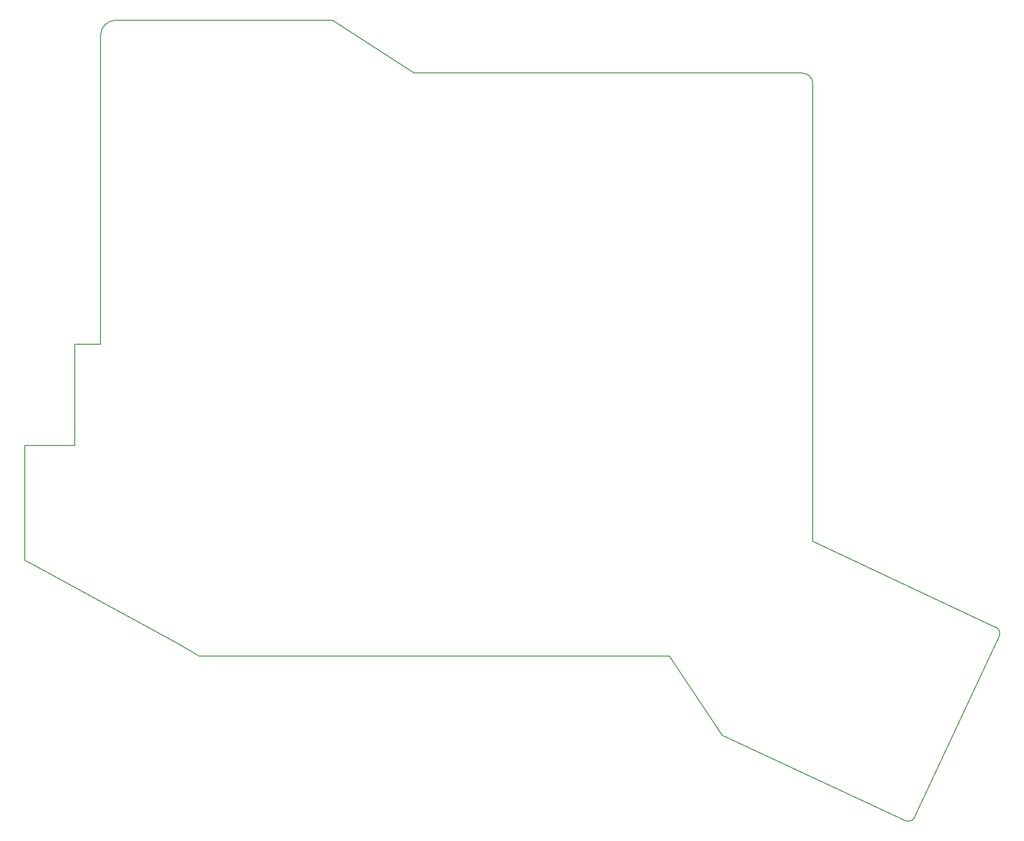
<source format=gbr>
G04 #@! TF.GenerationSoftware,KiCad,Pcbnew,(5.1.5)-3*
G04 #@! TF.CreationDate,2020-01-24T10:20:19+05:30*
G04 #@! TF.ProjectId,ergocape,6572676f-6361-4706-952e-6b696361645f,rev?*
G04 #@! TF.SameCoordinates,Original*
G04 #@! TF.FileFunction,Profile,NP*
%FSLAX46Y46*%
G04 Gerber Fmt 4.6, Leading zero omitted, Abs format (unit mm)*
G04 Created by KiCad (PCBNEW (5.1.5)-3) date 2020-01-24 10:20:19*
%MOMM*%
%LPD*%
G04 APERTURE LIST*
%ADD10C,0.150000*%
%ADD11C,0.200000*%
G04 APERTURE END LIST*
D10*
X95478600Y-31267400D02*
X80137000Y-21336000D01*
X127000000Y-31267400D02*
X95478600Y-31267400D01*
X39370000Y-21336000D02*
X80137000Y-21336000D01*
X36576000Y-24130000D02*
G75*
G02X39370000Y-21336000I2794000J0D01*
G01*
X36580000Y-33553400D02*
X36576000Y-24130000D01*
D11*
X31750000Y-82321400D02*
X36576000Y-82321400D01*
D10*
X36576000Y-62890400D02*
X36580000Y-33553400D01*
D11*
X36576000Y-65938400D02*
X36576000Y-62890400D01*
X36576000Y-82321400D02*
X36576000Y-65938400D01*
X31750000Y-101371400D02*
X31750000Y-82321400D01*
X22352000Y-101371400D02*
X31750000Y-101371400D01*
X22352000Y-101498400D02*
X22352000Y-101371400D01*
X22352000Y-112039400D02*
X22352000Y-101498400D01*
D10*
X157988000Y-31267400D02*
X168402000Y-31267400D01*
X147574000Y-31267400D02*
X157988000Y-31267400D01*
X136906000Y-31267400D02*
X147574000Y-31267400D01*
X127000000Y-31267400D02*
X136906000Y-31267400D01*
X204852770Y-135554010D02*
G75*
G02X205467055Y-137241747I-536726J-1151011D01*
G01*
X204385820Y-135332675D02*
X204852770Y-135554010D01*
X170434000Y-33299400D02*
X170434000Y-119405400D01*
X153365200Y-155829000D02*
X143510000Y-140995400D01*
X153585583Y-155924898D02*
X153365200Y-155829000D01*
X205467055Y-137241747D02*
X189577980Y-171300140D01*
X189577980Y-171300140D02*
G75*
G02X187890244Y-171914426I-1151011J536725D01*
G01*
X153585583Y-155924898D02*
X187890244Y-171914426D01*
X170434000Y-119405400D02*
X204385820Y-135332675D01*
X168402000Y-31267400D02*
G75*
G02X170434000Y-33299400I0J-2032000D01*
G01*
X137150000Y-140995400D02*
X143510000Y-140995400D01*
X22352000Y-122961400D02*
X22860000Y-123215400D01*
X22352000Y-120421400D02*
X22352000Y-122961400D01*
X22352000Y-112039400D02*
X22352000Y-120421400D01*
X55118000Y-140995400D02*
X55880000Y-140995400D01*
X53848000Y-140233400D02*
X55118000Y-140995400D01*
X50800000Y-138455400D02*
X53848000Y-140233400D01*
X55880000Y-140995400D02*
X137150000Y-140995400D01*
X22860000Y-123215400D02*
X50800000Y-138455400D01*
M02*

</source>
